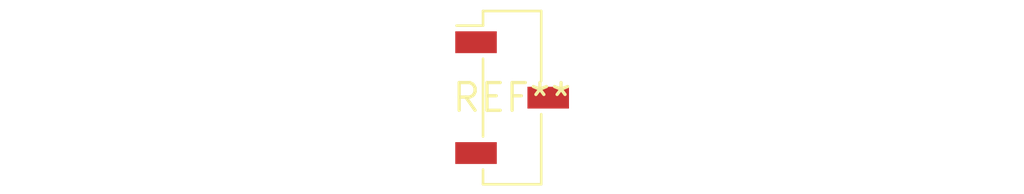
<source format=kicad_pcb>
(kicad_pcb (version 20240108) (generator pcbnew)
  (layers (0 "F.Cu" signal) (31 "B.Cu" signal) (34 "B.Paste" user) (35 "F.Paste" user) (36 "B.SilkS" user "B.Silkscreen") (37 "F.SilkS" user "F.Silkscreen") (38 "B.Mask" user) (39 "F.Mask" user) (44 "Edge.Cuts" user))
  (net 0 "")
  (footprint "PinSocket_1x03_P2.54mm_Vertical_SMD_Pin1Left" (layer "F.Cu") (at 0 0)
    (property "Reference" "REF**")
    (property "Value" "PinSocket_1x03_P2.54mm_Vertical_SMD_Pin1Left")
    (fp_line (start -2.54 -3.3) (end -1.33 -3.3) (layer "F.SilkS") (stroke (width 0.12)))
    (fp_line (start -1.33 -3.97) (end -1.33 -3.3) (layer "F.SilkS") (stroke (width 0.12)))
    (fp_line (start -1.33 -3.97) (end 1.33 -3.97) (layer "F.SilkS") (stroke (width 0.12)))
    (fp_line (start -1.33 -1.78) (end -1.33 1.78) (layer "F.SilkS") (stroke (width 0.12)))
    (fp_line (start -1.33 3.3) (end -1.33 3.97) (layer "F.SilkS") (stroke (width 0.12)))
    (fp_line (start -1.33 3.97) (end 1.33 3.97) (layer "F.SilkS") (stroke (width 0.12)))
    (fp_line (start 1.33 -3.97) (end 1.33 -0.76) (layer "F.SilkS") (stroke (width 0.12)))
    (fp_line (start 1.33 0.76) (end 1.33 3.97) (layer "F.SilkS") (stroke (width 0.12)))
    (pad "1" smd rect (at -1.65 -2.54) (size 1.9 1) (layers "F.Cu" "F.Paste" "F.Mask"))
    (pad "2" smd rect (at 1.65 0) (size 1.9 1) (layers "F.Cu" "F.Paste" "F.Mask"))
    (pad "3" smd rect (at -1.65 2.54) (size 1.9 1) (layers "F.Cu" "F.Paste" "F.Mask"))
  )
)
</source>
